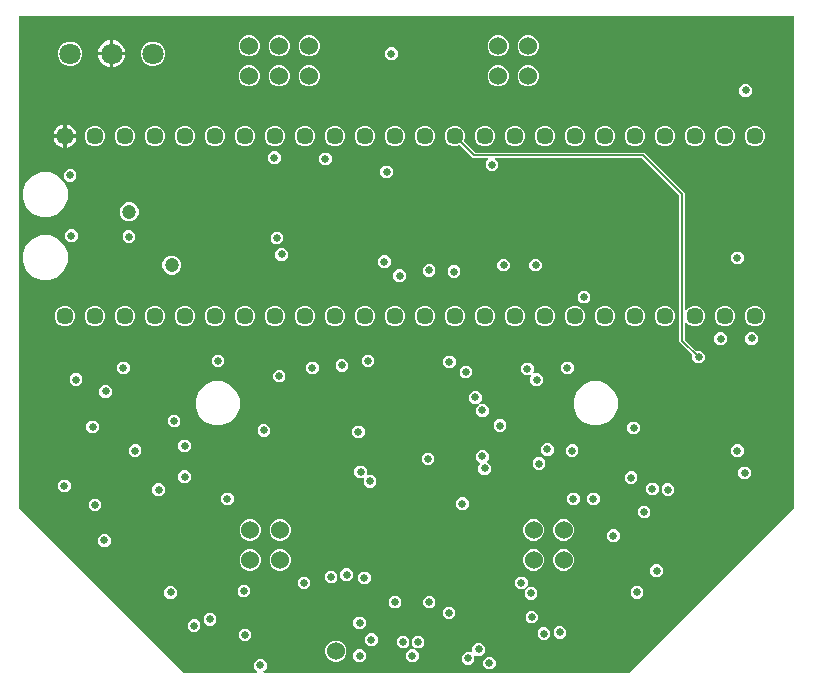
<source format=gbr>
G04 EAGLE Gerber RS-274X export*
G75*
%MOMM*%
%FSLAX34Y34*%
%LPD*%
%INCopper Layer 15*%
%IPPOS*%
%AMOC8*
5,1,8,0,0,1.08239X$1,22.5*%
G01*
%ADD10C,1.447800*%
%ADD11C,1.530000*%
%ADD12C,1.524000*%
%ADD13C,1.800000*%
%ADD14C,0.654000*%
%ADD15C,1.200000*%
%ADD16C,0.200000*%

G36*
X62733Y2012D02*
X62733Y2012D01*
X62805Y2014D01*
X62854Y2032D01*
X62905Y2040D01*
X62968Y2074D01*
X63036Y2099D01*
X63076Y2131D01*
X63122Y2156D01*
X63172Y2208D01*
X63228Y2252D01*
X63256Y2296D01*
X63292Y2334D01*
X63322Y2399D01*
X63361Y2459D01*
X63373Y2510D01*
X63395Y2557D01*
X63403Y2628D01*
X63421Y2698D01*
X63417Y2750D01*
X63422Y2801D01*
X63407Y2872D01*
X63402Y2943D01*
X63381Y2991D01*
X63370Y3042D01*
X63333Y3103D01*
X63305Y3169D01*
X63261Y3225D01*
X63244Y3253D01*
X63226Y3268D01*
X63201Y3300D01*
X60697Y5804D01*
X60697Y10196D01*
X63804Y13303D01*
X68196Y13303D01*
X71303Y10196D01*
X71303Y5804D01*
X68799Y3300D01*
X68758Y3242D01*
X68708Y3190D01*
X68686Y3143D01*
X68656Y3101D01*
X68635Y3032D01*
X68605Y2967D01*
X68599Y2915D01*
X68584Y2865D01*
X68585Y2794D01*
X68578Y2723D01*
X68589Y2672D01*
X68590Y2620D01*
X68615Y2552D01*
X68630Y2482D01*
X68656Y2437D01*
X68674Y2389D01*
X68719Y2333D01*
X68756Y2271D01*
X68796Y2237D01*
X68828Y2197D01*
X68888Y2158D01*
X68943Y2111D01*
X68991Y2092D01*
X69035Y2064D01*
X69104Y2046D01*
X69171Y2019D01*
X69242Y2011D01*
X69274Y2003D01*
X69297Y2005D01*
X69338Y2001D01*
X378856Y2001D01*
X378946Y2015D01*
X379037Y2023D01*
X379067Y2035D01*
X379099Y2040D01*
X379179Y2083D01*
X379263Y2119D01*
X379295Y2145D01*
X379316Y2156D01*
X379338Y2179D01*
X379394Y2224D01*
X517776Y140606D01*
X517829Y140680D01*
X517889Y140749D01*
X517901Y140779D01*
X517920Y140806D01*
X517947Y140892D01*
X517981Y140977D01*
X517985Y141018D01*
X517992Y141041D01*
X517991Y141073D01*
X517999Y141144D01*
X517999Y557238D01*
X517996Y557258D01*
X517998Y557277D01*
X517976Y557379D01*
X517960Y557481D01*
X517950Y557498D01*
X517946Y557518D01*
X517893Y557607D01*
X517844Y557698D01*
X517830Y557712D01*
X517820Y557729D01*
X517741Y557796D01*
X517666Y557868D01*
X517648Y557876D01*
X517633Y557889D01*
X517537Y557928D01*
X517443Y557971D01*
X517423Y557973D01*
X517405Y557981D01*
X517238Y557999D01*
X-137238Y557999D01*
X-137258Y557996D01*
X-137277Y557998D01*
X-137379Y557976D01*
X-137481Y557960D01*
X-137498Y557950D01*
X-137518Y557946D01*
X-137607Y557893D01*
X-137698Y557844D01*
X-137712Y557830D01*
X-137729Y557820D01*
X-137796Y557741D01*
X-137868Y557666D01*
X-137876Y557648D01*
X-137889Y557633D01*
X-137928Y557537D01*
X-137971Y557443D01*
X-137973Y557423D01*
X-137981Y557405D01*
X-137999Y557238D01*
X-137999Y141144D01*
X-137985Y141054D01*
X-137977Y140963D01*
X-137965Y140933D01*
X-137960Y140901D01*
X-137917Y140821D01*
X-137881Y140737D01*
X-137855Y140705D01*
X-137844Y140684D01*
X-137821Y140662D01*
X-137776Y140606D01*
X606Y2224D01*
X680Y2171D01*
X749Y2111D01*
X779Y2099D01*
X806Y2080D01*
X892Y2053D01*
X977Y2019D01*
X1018Y2015D01*
X1041Y2008D01*
X1073Y2009D01*
X1144Y2001D01*
X62662Y2001D01*
X62733Y2012D01*
G37*
%LPC*%
G36*
X434804Y263697D02*
X434804Y263697D01*
X431697Y266804D01*
X431697Y270776D01*
X431683Y270866D01*
X431675Y270957D01*
X431663Y270987D01*
X431658Y271019D01*
X431615Y271100D01*
X431579Y271183D01*
X431553Y271216D01*
X431542Y271236D01*
X431519Y271258D01*
X431474Y271314D01*
X420729Y282059D01*
X420729Y405744D01*
X420715Y405834D01*
X420707Y405925D01*
X420695Y405955D01*
X420690Y405987D01*
X420647Y406068D01*
X420611Y406151D01*
X420585Y406184D01*
X420574Y406204D01*
X420551Y406226D01*
X420506Y406282D01*
X389282Y437506D01*
X389208Y437559D01*
X389139Y437619D01*
X389109Y437631D01*
X389083Y437650D01*
X388996Y437677D01*
X388911Y437711D01*
X388870Y437715D01*
X388848Y437722D01*
X388815Y437721D01*
X388744Y437729D01*
X265608Y437729D01*
X265537Y437718D01*
X265465Y437716D01*
X265416Y437698D01*
X265365Y437690D01*
X265302Y437656D01*
X265234Y437631D01*
X265194Y437599D01*
X265148Y437574D01*
X265098Y437522D01*
X265042Y437478D01*
X265014Y437434D01*
X264978Y437396D01*
X264948Y437331D01*
X264909Y437271D01*
X264897Y437220D01*
X264875Y437173D01*
X264867Y437102D01*
X264849Y437032D01*
X264853Y436980D01*
X264848Y436929D01*
X264863Y436858D01*
X264868Y436787D01*
X264889Y436739D01*
X264900Y436688D01*
X264937Y436627D01*
X264965Y436561D01*
X265009Y436505D01*
X265026Y436477D01*
X265044Y436462D01*
X265069Y436430D01*
X267303Y434196D01*
X267303Y429804D01*
X264196Y426697D01*
X259804Y426697D01*
X256697Y429804D01*
X256697Y434196D01*
X258931Y436430D01*
X258972Y436488D01*
X259022Y436540D01*
X259044Y436587D01*
X259074Y436629D01*
X259095Y436698D01*
X259125Y436763D01*
X259131Y436815D01*
X259146Y436865D01*
X259145Y436936D01*
X259152Y437007D01*
X259141Y437058D01*
X259140Y437110D01*
X259115Y437178D01*
X259100Y437248D01*
X259074Y437293D01*
X259056Y437341D01*
X259011Y437397D01*
X258974Y437459D01*
X258934Y437493D01*
X258902Y437533D01*
X258842Y437572D01*
X258787Y437619D01*
X258739Y437638D01*
X258695Y437666D01*
X258626Y437684D01*
X258559Y437711D01*
X258488Y437719D01*
X258456Y437727D01*
X258433Y437725D01*
X258392Y437729D01*
X246059Y437729D01*
X244506Y439282D01*
X235402Y448387D01*
X235307Y448455D01*
X235213Y448525D01*
X235207Y448527D01*
X235202Y448530D01*
X235091Y448564D01*
X234979Y448601D01*
X234973Y448601D01*
X234967Y448603D01*
X234850Y448600D01*
X234734Y448598D01*
X234726Y448596D01*
X234721Y448596D01*
X234704Y448590D01*
X234572Y448552D01*
X232493Y447690D01*
X229107Y447690D01*
X225980Y448986D01*
X223586Y451380D01*
X222290Y454507D01*
X222290Y457893D01*
X223586Y461020D01*
X225980Y463414D01*
X229107Y464710D01*
X232493Y464710D01*
X235620Y463414D01*
X238014Y461020D01*
X239310Y457893D01*
X239310Y454507D01*
X238448Y452428D01*
X238422Y452314D01*
X238393Y452200D01*
X238394Y452194D01*
X238392Y452188D01*
X238403Y452072D01*
X238412Y451955D01*
X238415Y451950D01*
X238415Y451943D01*
X238463Y451836D01*
X238508Y451729D01*
X238513Y451723D01*
X238515Y451719D01*
X238528Y451705D01*
X238613Y451598D01*
X247718Y442494D01*
X247792Y442441D01*
X247861Y442381D01*
X247891Y442369D01*
X247917Y442350D01*
X248004Y442323D01*
X248089Y442289D01*
X248130Y442285D01*
X248152Y442278D01*
X248185Y442279D01*
X248256Y442271D01*
X390941Y442271D01*
X425271Y407941D01*
X425271Y308790D01*
X425286Y308694D01*
X425296Y308597D01*
X425306Y308573D01*
X425310Y308547D01*
X425356Y308461D01*
X425396Y308372D01*
X425413Y308353D01*
X425426Y308330D01*
X425496Y308262D01*
X425562Y308191D01*
X425585Y308178D01*
X425604Y308160D01*
X425692Y308119D01*
X425778Y308072D01*
X425803Y308068D01*
X425827Y308057D01*
X425924Y308046D01*
X426020Y308029D01*
X426046Y308032D01*
X426071Y308030D01*
X426167Y308050D01*
X426263Y308064D01*
X426286Y308076D01*
X426312Y308082D01*
X426396Y308132D01*
X426482Y308176D01*
X426501Y308195D01*
X426523Y308208D01*
X426586Y308282D01*
X426654Y308352D01*
X426670Y308380D01*
X426683Y308395D01*
X426695Y308426D01*
X426735Y308498D01*
X426786Y308620D01*
X429180Y311014D01*
X432307Y312310D01*
X435693Y312310D01*
X438820Y311014D01*
X441214Y308620D01*
X442510Y305493D01*
X442510Y302107D01*
X441214Y298980D01*
X438820Y296586D01*
X435693Y295290D01*
X432307Y295290D01*
X429180Y296586D01*
X426786Y298980D01*
X426735Y299102D01*
X426684Y299185D01*
X426638Y299270D01*
X426620Y299288D01*
X426606Y299311D01*
X426531Y299373D01*
X426460Y299440D01*
X426436Y299451D01*
X426416Y299467D01*
X426325Y299502D01*
X426237Y299543D01*
X426211Y299546D01*
X426187Y299556D01*
X426089Y299560D01*
X425993Y299570D01*
X425967Y299565D01*
X425941Y299566D01*
X425847Y299539D01*
X425752Y299518D01*
X425730Y299505D01*
X425705Y299498D01*
X425625Y299442D01*
X425541Y299392D01*
X425524Y299372D01*
X425503Y299357D01*
X425444Y299279D01*
X425381Y299205D01*
X425371Y299181D01*
X425356Y299160D01*
X425326Y299068D01*
X425289Y298977D01*
X425286Y298944D01*
X425280Y298926D01*
X425280Y298893D01*
X425271Y298810D01*
X425271Y284256D01*
X425285Y284166D01*
X425293Y284075D01*
X425305Y284045D01*
X425310Y284013D01*
X425353Y283932D01*
X425389Y283849D01*
X425415Y283816D01*
X425426Y283796D01*
X425449Y283774D01*
X425494Y283718D01*
X434686Y274526D01*
X434760Y274473D01*
X434829Y274413D01*
X434859Y274401D01*
X434885Y274382D01*
X434972Y274355D01*
X435057Y274321D01*
X435098Y274317D01*
X435120Y274310D01*
X435153Y274311D01*
X435224Y274303D01*
X439196Y274303D01*
X442303Y271196D01*
X442303Y266804D01*
X439196Y263697D01*
X434804Y263697D01*
G37*
%LPD*%
%LPC*%
G36*
X-119779Y334299D02*
X-119779Y334299D01*
X-126763Y337192D01*
X-132108Y342537D01*
X-135001Y349521D01*
X-135001Y357079D01*
X-132108Y364063D01*
X-126763Y369408D01*
X-119779Y372301D01*
X-112221Y372301D01*
X-105237Y369408D01*
X-99892Y364063D01*
X-96999Y357079D01*
X-96999Y349521D01*
X-99892Y342537D01*
X-105237Y337192D01*
X-112221Y334299D01*
X-119779Y334299D01*
G37*
%LPD*%
%LPC*%
G36*
X-119779Y387699D02*
X-119779Y387699D01*
X-126763Y390592D01*
X-132108Y395937D01*
X-135001Y402921D01*
X-135001Y410479D01*
X-132108Y417463D01*
X-126763Y422808D01*
X-119779Y425701D01*
X-112221Y425701D01*
X-105237Y422808D01*
X-99892Y417463D01*
X-96999Y410479D01*
X-96999Y402921D01*
X-99892Y395937D01*
X-105237Y390592D01*
X-112221Y387699D01*
X-119779Y387699D01*
G37*
%LPD*%
%LPC*%
G36*
X346320Y211499D02*
X346320Y211499D01*
X339520Y214316D01*
X334316Y219520D01*
X331499Y226320D01*
X331499Y233680D01*
X334316Y240480D01*
X339520Y245684D01*
X346320Y248501D01*
X353680Y248501D01*
X360480Y245684D01*
X365684Y240480D01*
X368501Y233680D01*
X368501Y226320D01*
X365684Y219520D01*
X360480Y214316D01*
X353680Y211499D01*
X346320Y211499D01*
G37*
%LPD*%
%LPC*%
G36*
X26320Y211499D02*
X26320Y211499D01*
X19520Y214316D01*
X14316Y219520D01*
X11499Y226320D01*
X11499Y233680D01*
X14316Y240480D01*
X19520Y245684D01*
X26320Y248501D01*
X33680Y248501D01*
X40480Y245684D01*
X45684Y240480D01*
X48501Y233680D01*
X48501Y226320D01*
X45684Y219520D01*
X40480Y214316D01*
X33680Y211499D01*
X26320Y211499D01*
G37*
%LPD*%
%LPC*%
G36*
X-27043Y515729D02*
X-27043Y515729D01*
X-30818Y517293D01*
X-33707Y520182D01*
X-35271Y523957D01*
X-35271Y528043D01*
X-33707Y531818D01*
X-30818Y534707D01*
X-27043Y536271D01*
X-22957Y536271D01*
X-19182Y534707D01*
X-16293Y531818D01*
X-14729Y528043D01*
X-14729Y523957D01*
X-16293Y520182D01*
X-19182Y517293D01*
X-22957Y515729D01*
X-27043Y515729D01*
G37*
%LPD*%
%LPC*%
G36*
X-97043Y515729D02*
X-97043Y515729D01*
X-100818Y517293D01*
X-103707Y520182D01*
X-105271Y523957D01*
X-105271Y528043D01*
X-103707Y531818D01*
X-100818Y534707D01*
X-97043Y536271D01*
X-92957Y536271D01*
X-89182Y534707D01*
X-86293Y531818D01*
X-84729Y528043D01*
X-84729Y523957D01*
X-86293Y520182D01*
X-89182Y517293D01*
X-92957Y515729D01*
X-97043Y515729D01*
G37*
%LPD*%
%LPC*%
G36*
X80226Y523779D02*
X80226Y523779D01*
X76947Y525137D01*
X74437Y527647D01*
X73079Y530926D01*
X73079Y534474D01*
X74437Y537753D01*
X76947Y540263D01*
X80226Y541621D01*
X83774Y541621D01*
X87053Y540263D01*
X89563Y537753D01*
X90921Y534474D01*
X90921Y530926D01*
X89563Y527647D01*
X87053Y525137D01*
X83774Y523779D01*
X80226Y523779D01*
G37*
%LPD*%
%LPC*%
G36*
X54826Y523779D02*
X54826Y523779D01*
X51547Y525137D01*
X49037Y527647D01*
X47679Y530926D01*
X47679Y534474D01*
X49037Y537753D01*
X51547Y540263D01*
X54826Y541621D01*
X58374Y541621D01*
X61653Y540263D01*
X64163Y537753D01*
X65521Y534474D01*
X65521Y530926D01*
X64163Y527647D01*
X61653Y525137D01*
X58374Y523779D01*
X54826Y523779D01*
G37*
%LPD*%
%LPC*%
G36*
X290926Y523779D02*
X290926Y523779D01*
X287647Y525137D01*
X285137Y527647D01*
X283779Y530926D01*
X283779Y534474D01*
X285137Y537753D01*
X287647Y540263D01*
X290926Y541621D01*
X294474Y541621D01*
X297753Y540263D01*
X300263Y537753D01*
X301621Y534474D01*
X301621Y530926D01*
X300263Y527647D01*
X297753Y525137D01*
X294474Y523779D01*
X290926Y523779D01*
G37*
%LPD*%
%LPC*%
G36*
X265526Y523779D02*
X265526Y523779D01*
X262247Y525137D01*
X259737Y527647D01*
X258379Y530926D01*
X258379Y534474D01*
X259737Y537753D01*
X262247Y540263D01*
X265526Y541621D01*
X269074Y541621D01*
X272353Y540263D01*
X274863Y537753D01*
X276221Y534474D01*
X276221Y530926D01*
X274863Y527647D01*
X272353Y525137D01*
X269074Y523779D01*
X265526Y523779D01*
G37*
%LPD*%
%LPC*%
G36*
X105626Y523779D02*
X105626Y523779D01*
X102347Y525137D01*
X99837Y527647D01*
X98479Y530926D01*
X98479Y534474D01*
X99837Y537753D01*
X102347Y540263D01*
X105626Y541621D01*
X109174Y541621D01*
X112453Y540263D01*
X114963Y537753D01*
X116321Y534474D01*
X116321Y530926D01*
X114963Y527647D01*
X112453Y525137D01*
X109174Y523779D01*
X105626Y523779D01*
G37*
%LPD*%
%LPC*%
G36*
X80926Y113779D02*
X80926Y113779D01*
X77647Y115137D01*
X75137Y117647D01*
X73779Y120926D01*
X73779Y124474D01*
X75137Y127753D01*
X77647Y130263D01*
X80926Y131621D01*
X84474Y131621D01*
X87753Y130263D01*
X90263Y127753D01*
X91621Y124474D01*
X91621Y120926D01*
X90263Y117647D01*
X87753Y115137D01*
X84474Y113779D01*
X80926Y113779D01*
G37*
%LPD*%
%LPC*%
G36*
X320926Y113779D02*
X320926Y113779D01*
X317647Y115137D01*
X315137Y117647D01*
X313779Y120926D01*
X313779Y124474D01*
X315137Y127753D01*
X317647Y130263D01*
X320926Y131621D01*
X324474Y131621D01*
X327753Y130263D01*
X330263Y127753D01*
X331621Y124474D01*
X331621Y120926D01*
X330263Y117647D01*
X327753Y115137D01*
X324474Y113779D01*
X320926Y113779D01*
G37*
%LPD*%
%LPC*%
G36*
X55526Y113779D02*
X55526Y113779D01*
X52247Y115137D01*
X49737Y117647D01*
X48379Y120926D01*
X48379Y124474D01*
X49737Y127753D01*
X52247Y130263D01*
X55526Y131621D01*
X59074Y131621D01*
X62353Y130263D01*
X64863Y127753D01*
X66221Y124474D01*
X66221Y120926D01*
X64863Y117647D01*
X62353Y115137D01*
X59074Y113779D01*
X55526Y113779D01*
G37*
%LPD*%
%LPC*%
G36*
X290926Y498379D02*
X290926Y498379D01*
X287647Y499737D01*
X285137Y502247D01*
X283779Y505526D01*
X283779Y509074D01*
X285137Y512353D01*
X287647Y514863D01*
X290926Y516221D01*
X294474Y516221D01*
X297753Y514863D01*
X300263Y512353D01*
X301621Y509074D01*
X301621Y505526D01*
X300263Y502247D01*
X297753Y499737D01*
X294474Y498379D01*
X290926Y498379D01*
G37*
%LPD*%
%LPC*%
G36*
X265526Y498379D02*
X265526Y498379D01*
X262247Y499737D01*
X259737Y502247D01*
X258379Y505526D01*
X258379Y509074D01*
X259737Y512353D01*
X262247Y514863D01*
X265526Y516221D01*
X269074Y516221D01*
X272353Y514863D01*
X274863Y512353D01*
X276221Y509074D01*
X276221Y505526D01*
X274863Y502247D01*
X272353Y499737D01*
X269074Y498379D01*
X265526Y498379D01*
G37*
%LPD*%
%LPC*%
G36*
X105626Y498379D02*
X105626Y498379D01*
X102347Y499737D01*
X99837Y502247D01*
X98479Y505526D01*
X98479Y509074D01*
X99837Y512353D01*
X102347Y514863D01*
X105626Y516221D01*
X109174Y516221D01*
X112453Y514863D01*
X114963Y512353D01*
X116321Y509074D01*
X116321Y505526D01*
X114963Y502247D01*
X112453Y499737D01*
X109174Y498379D01*
X105626Y498379D01*
G37*
%LPD*%
%LPC*%
G36*
X80226Y498379D02*
X80226Y498379D01*
X76947Y499737D01*
X74437Y502247D01*
X73079Y505526D01*
X73079Y509074D01*
X74437Y512353D01*
X76947Y514863D01*
X80226Y516221D01*
X83774Y516221D01*
X87053Y514863D01*
X89563Y512353D01*
X90921Y509074D01*
X90921Y505526D01*
X89563Y502247D01*
X87053Y499737D01*
X83774Y498379D01*
X80226Y498379D01*
G37*
%LPD*%
%LPC*%
G36*
X54826Y498379D02*
X54826Y498379D01*
X51547Y499737D01*
X49037Y502247D01*
X47679Y505526D01*
X47679Y509074D01*
X49037Y512353D01*
X51547Y514863D01*
X54826Y516221D01*
X58374Y516221D01*
X61653Y514863D01*
X64163Y512353D01*
X65521Y509074D01*
X65521Y505526D01*
X64163Y502247D01*
X61653Y499737D01*
X58374Y498379D01*
X54826Y498379D01*
G37*
%LPD*%
%LPC*%
G36*
X295526Y113779D02*
X295526Y113779D01*
X292247Y115137D01*
X289737Y117647D01*
X288379Y120926D01*
X288379Y124474D01*
X289737Y127753D01*
X292247Y130263D01*
X295526Y131621D01*
X299074Y131621D01*
X302353Y130263D01*
X304863Y127753D01*
X306221Y124474D01*
X306221Y120926D01*
X304863Y117647D01*
X302353Y115137D01*
X299074Y113779D01*
X295526Y113779D01*
G37*
%LPD*%
%LPC*%
G36*
X320926Y88379D02*
X320926Y88379D01*
X317647Y89737D01*
X315137Y92247D01*
X313779Y95526D01*
X313779Y99074D01*
X315137Y102353D01*
X317647Y104863D01*
X320926Y106221D01*
X324474Y106221D01*
X327753Y104863D01*
X330263Y102353D01*
X331621Y99074D01*
X331621Y95526D01*
X330263Y92247D01*
X327753Y89737D01*
X324474Y88379D01*
X320926Y88379D01*
G37*
%LPD*%
%LPC*%
G36*
X295526Y88379D02*
X295526Y88379D01*
X292247Y89737D01*
X289737Y92247D01*
X288379Y95526D01*
X288379Y99074D01*
X289737Y102353D01*
X292247Y104863D01*
X295526Y106221D01*
X299074Y106221D01*
X302353Y104863D01*
X304863Y102353D01*
X306221Y99074D01*
X306221Y95526D01*
X304863Y92247D01*
X302353Y89737D01*
X299074Y88379D01*
X295526Y88379D01*
G37*
%LPD*%
%LPC*%
G36*
X80926Y88379D02*
X80926Y88379D01*
X77647Y89737D01*
X75137Y92247D01*
X73779Y95526D01*
X73779Y99074D01*
X75137Y102353D01*
X77647Y104863D01*
X80926Y106221D01*
X84474Y106221D01*
X87753Y104863D01*
X90263Y102353D01*
X91621Y99074D01*
X91621Y95526D01*
X90263Y92247D01*
X87753Y89737D01*
X84474Y88379D01*
X80926Y88379D01*
G37*
%LPD*%
%LPC*%
G36*
X55526Y88379D02*
X55526Y88379D01*
X52247Y89737D01*
X49737Y92247D01*
X48379Y95526D01*
X48379Y99074D01*
X49737Y102353D01*
X52247Y104863D01*
X55526Y106221D01*
X59074Y106221D01*
X62353Y104863D01*
X64863Y102353D01*
X66221Y99074D01*
X66221Y95526D01*
X64863Y92247D01*
X62353Y89737D01*
X59074Y88379D01*
X55526Y88379D01*
G37*
%LPD*%
%LPC*%
G36*
X128232Y11109D02*
X128232Y11109D01*
X124964Y12463D01*
X122463Y14964D01*
X121109Y18232D01*
X121109Y21768D01*
X122463Y25036D01*
X124964Y27537D01*
X128232Y28891D01*
X131768Y28891D01*
X135036Y27537D01*
X137537Y25036D01*
X138891Y21768D01*
X138891Y18232D01*
X137537Y14964D01*
X135036Y12463D01*
X131768Y11109D01*
X128232Y11109D01*
G37*
%LPD*%
%LPC*%
G36*
X457707Y447690D02*
X457707Y447690D01*
X454580Y448986D01*
X452186Y451380D01*
X450890Y454507D01*
X450890Y457893D01*
X452186Y461020D01*
X454580Y463414D01*
X457707Y464710D01*
X461093Y464710D01*
X464220Y463414D01*
X466614Y461020D01*
X467910Y457893D01*
X467910Y454507D01*
X466614Y451380D01*
X464220Y448986D01*
X461093Y447690D01*
X457707Y447690D01*
G37*
%LPD*%
%LPC*%
G36*
X330707Y447690D02*
X330707Y447690D01*
X327580Y448986D01*
X325186Y451380D01*
X323890Y454507D01*
X323890Y457893D01*
X325186Y461020D01*
X327580Y463414D01*
X330707Y464710D01*
X334093Y464710D01*
X337220Y463414D01*
X339614Y461020D01*
X340910Y457893D01*
X340910Y454507D01*
X339614Y451380D01*
X337220Y448986D01*
X334093Y447690D01*
X330707Y447690D01*
G37*
%LPD*%
%LPC*%
G36*
X483107Y447690D02*
X483107Y447690D01*
X479980Y448986D01*
X477586Y451380D01*
X476290Y454507D01*
X476290Y457893D01*
X477586Y461020D01*
X479980Y463414D01*
X483107Y464710D01*
X486493Y464710D01*
X489620Y463414D01*
X492014Y461020D01*
X493310Y457893D01*
X493310Y454507D01*
X492014Y451380D01*
X489620Y448986D01*
X486493Y447690D01*
X483107Y447690D01*
G37*
%LPD*%
%LPC*%
G36*
X203707Y447690D02*
X203707Y447690D01*
X200580Y448986D01*
X198186Y451380D01*
X196890Y454507D01*
X196890Y457893D01*
X198186Y461020D01*
X200580Y463414D01*
X203707Y464710D01*
X207093Y464710D01*
X210220Y463414D01*
X212614Y461020D01*
X213910Y457893D01*
X213910Y454507D01*
X212614Y451380D01*
X210220Y448986D01*
X207093Y447690D01*
X203707Y447690D01*
G37*
%LPD*%
%LPC*%
G36*
X-75693Y447690D02*
X-75693Y447690D01*
X-78820Y448986D01*
X-81214Y451380D01*
X-82510Y454507D01*
X-82510Y457893D01*
X-81214Y461020D01*
X-78820Y463414D01*
X-75693Y464710D01*
X-72307Y464710D01*
X-69180Y463414D01*
X-66786Y461020D01*
X-65490Y457893D01*
X-65490Y454507D01*
X-66786Y451380D01*
X-69180Y448986D01*
X-72307Y447690D01*
X-75693Y447690D01*
G37*
%LPD*%
%LPC*%
G36*
X356107Y447690D02*
X356107Y447690D01*
X352980Y448986D01*
X350586Y451380D01*
X349290Y454507D01*
X349290Y457893D01*
X350586Y461020D01*
X352980Y463414D01*
X356107Y464710D01*
X359493Y464710D01*
X362620Y463414D01*
X365014Y461020D01*
X366310Y457893D01*
X366310Y454507D01*
X365014Y451380D01*
X362620Y448986D01*
X359493Y447690D01*
X356107Y447690D01*
G37*
%LPD*%
%LPC*%
G36*
X305307Y447690D02*
X305307Y447690D01*
X302180Y448986D01*
X299786Y451380D01*
X298490Y454507D01*
X298490Y457893D01*
X299786Y461020D01*
X302180Y463414D01*
X305307Y464710D01*
X308693Y464710D01*
X311820Y463414D01*
X314214Y461020D01*
X315510Y457893D01*
X315510Y454507D01*
X314214Y451380D01*
X311820Y448986D01*
X308693Y447690D01*
X305307Y447690D01*
G37*
%LPD*%
%LPC*%
G36*
X254507Y447690D02*
X254507Y447690D01*
X251380Y448986D01*
X248986Y451380D01*
X247690Y454507D01*
X247690Y457893D01*
X248986Y461020D01*
X251380Y463414D01*
X254507Y464710D01*
X257893Y464710D01*
X261020Y463414D01*
X263414Y461020D01*
X264710Y457893D01*
X264710Y454507D01*
X263414Y451380D01*
X261020Y448986D01*
X257893Y447690D01*
X254507Y447690D01*
G37*
%LPD*%
%LPC*%
G36*
X178307Y447690D02*
X178307Y447690D01*
X175180Y448986D01*
X172786Y451380D01*
X171490Y454507D01*
X171490Y457893D01*
X172786Y461020D01*
X175180Y463414D01*
X178307Y464710D01*
X181693Y464710D01*
X184820Y463414D01*
X187214Y461020D01*
X188510Y457893D01*
X188510Y454507D01*
X187214Y451380D01*
X184820Y448986D01*
X181693Y447690D01*
X178307Y447690D01*
G37*
%LPD*%
%LPC*%
G36*
X152907Y447690D02*
X152907Y447690D01*
X149780Y448986D01*
X147386Y451380D01*
X146090Y454507D01*
X146090Y457893D01*
X147386Y461020D01*
X149780Y463414D01*
X152907Y464710D01*
X156293Y464710D01*
X159420Y463414D01*
X161814Y461020D01*
X163110Y457893D01*
X163110Y454507D01*
X161814Y451380D01*
X159420Y448986D01*
X156293Y447690D01*
X152907Y447690D01*
G37*
%LPD*%
%LPC*%
G36*
X127507Y447690D02*
X127507Y447690D01*
X124380Y448986D01*
X121986Y451380D01*
X120690Y454507D01*
X120690Y457893D01*
X121986Y461020D01*
X124380Y463414D01*
X127507Y464710D01*
X130893Y464710D01*
X134020Y463414D01*
X136414Y461020D01*
X137710Y457893D01*
X137710Y454507D01*
X136414Y451380D01*
X134020Y448986D01*
X130893Y447690D01*
X127507Y447690D01*
G37*
%LPD*%
%LPC*%
G36*
X102107Y447690D02*
X102107Y447690D01*
X98980Y448986D01*
X96586Y451380D01*
X95290Y454507D01*
X95290Y457893D01*
X96586Y461020D01*
X98980Y463414D01*
X102107Y464710D01*
X105493Y464710D01*
X108620Y463414D01*
X111014Y461020D01*
X112310Y457893D01*
X112310Y454507D01*
X111014Y451380D01*
X108620Y448986D01*
X105493Y447690D01*
X102107Y447690D01*
G37*
%LPD*%
%LPC*%
G36*
X76707Y447690D02*
X76707Y447690D01*
X73580Y448986D01*
X71186Y451380D01*
X69890Y454507D01*
X69890Y457893D01*
X71186Y461020D01*
X73580Y463414D01*
X76707Y464710D01*
X80093Y464710D01*
X83220Y463414D01*
X85614Y461020D01*
X86910Y457893D01*
X86910Y454507D01*
X85614Y451380D01*
X83220Y448986D01*
X80093Y447690D01*
X76707Y447690D01*
G37*
%LPD*%
%LPC*%
G36*
X51307Y447690D02*
X51307Y447690D01*
X48180Y448986D01*
X45786Y451380D01*
X44490Y454507D01*
X44490Y457893D01*
X45786Y461020D01*
X48180Y463414D01*
X51307Y464710D01*
X54693Y464710D01*
X57820Y463414D01*
X60214Y461020D01*
X61510Y457893D01*
X61510Y454507D01*
X60214Y451380D01*
X57820Y448986D01*
X54693Y447690D01*
X51307Y447690D01*
G37*
%LPD*%
%LPC*%
G36*
X25907Y447690D02*
X25907Y447690D01*
X22780Y448986D01*
X20386Y451380D01*
X19090Y454507D01*
X19090Y457893D01*
X20386Y461020D01*
X22780Y463414D01*
X25907Y464710D01*
X29293Y464710D01*
X32420Y463414D01*
X34814Y461020D01*
X36110Y457893D01*
X36110Y454507D01*
X34814Y451380D01*
X32420Y448986D01*
X29293Y447690D01*
X25907Y447690D01*
G37*
%LPD*%
%LPC*%
G36*
X-24893Y447690D02*
X-24893Y447690D01*
X-28020Y448986D01*
X-30414Y451380D01*
X-31710Y454507D01*
X-31710Y457893D01*
X-30414Y461020D01*
X-28020Y463414D01*
X-24893Y464710D01*
X-21507Y464710D01*
X-18380Y463414D01*
X-15986Y461020D01*
X-14690Y457893D01*
X-14690Y454507D01*
X-15986Y451380D01*
X-18380Y448986D01*
X-21507Y447690D01*
X-24893Y447690D01*
G37*
%LPD*%
%LPC*%
G36*
X-50293Y447690D02*
X-50293Y447690D01*
X-53420Y448986D01*
X-55814Y451380D01*
X-57110Y454507D01*
X-57110Y457893D01*
X-55814Y461020D01*
X-53420Y463414D01*
X-50293Y464710D01*
X-46907Y464710D01*
X-43780Y463414D01*
X-41386Y461020D01*
X-40090Y457893D01*
X-40090Y454507D01*
X-41386Y451380D01*
X-43780Y448986D01*
X-46907Y447690D01*
X-50293Y447690D01*
G37*
%LPD*%
%LPC*%
G36*
X254507Y295290D02*
X254507Y295290D01*
X251380Y296586D01*
X248986Y298980D01*
X247690Y302107D01*
X247690Y305493D01*
X248986Y308620D01*
X251380Y311014D01*
X254507Y312310D01*
X257893Y312310D01*
X261020Y311014D01*
X263414Y308620D01*
X264710Y305493D01*
X264710Y302107D01*
X263414Y298980D01*
X261020Y296586D01*
X257893Y295290D01*
X254507Y295290D01*
G37*
%LPD*%
%LPC*%
G36*
X279907Y295290D02*
X279907Y295290D01*
X276780Y296586D01*
X274386Y298980D01*
X273090Y302107D01*
X273090Y305493D01*
X274386Y308620D01*
X276780Y311014D01*
X279907Y312310D01*
X283293Y312310D01*
X286420Y311014D01*
X288814Y308620D01*
X290110Y305493D01*
X290110Y302107D01*
X288814Y298980D01*
X286420Y296586D01*
X283293Y295290D01*
X279907Y295290D01*
G37*
%LPD*%
%LPC*%
G36*
X305307Y295290D02*
X305307Y295290D01*
X302180Y296586D01*
X299786Y298980D01*
X298490Y302107D01*
X298490Y305493D01*
X299786Y308620D01*
X302180Y311014D01*
X305307Y312310D01*
X308693Y312310D01*
X311820Y311014D01*
X314214Y308620D01*
X315510Y305493D01*
X315510Y302107D01*
X314214Y298980D01*
X311820Y296586D01*
X308693Y295290D01*
X305307Y295290D01*
G37*
%LPD*%
%LPC*%
G36*
X127507Y295290D02*
X127507Y295290D01*
X124380Y296586D01*
X121986Y298980D01*
X120690Y302107D01*
X120690Y305493D01*
X121986Y308620D01*
X124380Y311014D01*
X127507Y312310D01*
X130893Y312310D01*
X134020Y311014D01*
X136414Y308620D01*
X137710Y305493D01*
X137710Y302107D01*
X136414Y298980D01*
X134020Y296586D01*
X130893Y295290D01*
X127507Y295290D01*
G37*
%LPD*%
%LPC*%
G36*
X102107Y295290D02*
X102107Y295290D01*
X98980Y296586D01*
X96586Y298980D01*
X95290Y302107D01*
X95290Y305493D01*
X96586Y308620D01*
X98980Y311014D01*
X102107Y312310D01*
X105493Y312310D01*
X108620Y311014D01*
X111014Y308620D01*
X112310Y305493D01*
X112310Y302107D01*
X111014Y298980D01*
X108620Y296586D01*
X105493Y295290D01*
X102107Y295290D01*
G37*
%LPD*%
%LPC*%
G36*
X76707Y295290D02*
X76707Y295290D01*
X73580Y296586D01*
X71186Y298980D01*
X69890Y302107D01*
X69890Y305493D01*
X71186Y308620D01*
X73580Y311014D01*
X76707Y312310D01*
X80093Y312310D01*
X83220Y311014D01*
X85614Y308620D01*
X86910Y305493D01*
X86910Y302107D01*
X85614Y298980D01*
X83220Y296586D01*
X80093Y295290D01*
X76707Y295290D01*
G37*
%LPD*%
%LPC*%
G36*
X51307Y295290D02*
X51307Y295290D01*
X48180Y296586D01*
X45786Y298980D01*
X44490Y302107D01*
X44490Y305493D01*
X45786Y308620D01*
X48180Y311014D01*
X51307Y312310D01*
X54693Y312310D01*
X57820Y311014D01*
X60214Y308620D01*
X61510Y305493D01*
X61510Y302107D01*
X60214Y298980D01*
X57820Y296586D01*
X54693Y295290D01*
X51307Y295290D01*
G37*
%LPD*%
%LPC*%
G36*
X25907Y295290D02*
X25907Y295290D01*
X22780Y296586D01*
X20386Y298980D01*
X19090Y302107D01*
X19090Y305493D01*
X20386Y308620D01*
X22780Y311014D01*
X25907Y312310D01*
X29293Y312310D01*
X32420Y311014D01*
X34814Y308620D01*
X36110Y305493D01*
X36110Y302107D01*
X34814Y298980D01*
X32420Y296586D01*
X29293Y295290D01*
X25907Y295290D01*
G37*
%LPD*%
%LPC*%
G36*
X-24893Y295290D02*
X-24893Y295290D01*
X-28020Y296586D01*
X-30414Y298980D01*
X-31710Y302107D01*
X-31710Y305493D01*
X-30414Y308620D01*
X-28020Y311014D01*
X-24893Y312310D01*
X-21507Y312310D01*
X-18380Y311014D01*
X-15986Y308620D01*
X-14690Y305493D01*
X-14690Y302107D01*
X-15986Y298980D01*
X-18380Y296586D01*
X-21507Y295290D01*
X-24893Y295290D01*
G37*
%LPD*%
%LPC*%
G36*
X-50293Y295290D02*
X-50293Y295290D01*
X-53420Y296586D01*
X-55814Y298980D01*
X-57110Y302107D01*
X-57110Y305493D01*
X-55814Y308620D01*
X-53420Y311014D01*
X-50293Y312310D01*
X-46907Y312310D01*
X-43780Y311014D01*
X-41386Y308620D01*
X-40090Y305493D01*
X-40090Y302107D01*
X-41386Y298980D01*
X-43780Y296586D01*
X-46907Y295290D01*
X-50293Y295290D01*
G37*
%LPD*%
%LPC*%
G36*
X-75693Y295290D02*
X-75693Y295290D01*
X-78820Y296586D01*
X-81214Y298980D01*
X-82510Y302107D01*
X-82510Y305493D01*
X-81214Y308620D01*
X-78820Y311014D01*
X-75693Y312310D01*
X-72307Y312310D01*
X-69180Y311014D01*
X-66786Y308620D01*
X-65490Y305493D01*
X-65490Y302107D01*
X-66786Y298980D01*
X-69180Y296586D01*
X-72307Y295290D01*
X-75693Y295290D01*
G37*
%LPD*%
%LPC*%
G36*
X483107Y295290D02*
X483107Y295290D01*
X479980Y296586D01*
X477586Y298980D01*
X476290Y302107D01*
X476290Y305493D01*
X477586Y308620D01*
X479980Y311014D01*
X483107Y312310D01*
X486493Y312310D01*
X489620Y311014D01*
X492014Y308620D01*
X493310Y305493D01*
X493310Y302107D01*
X492014Y298980D01*
X489620Y296586D01*
X486493Y295290D01*
X483107Y295290D01*
G37*
%LPD*%
%LPC*%
G36*
X457707Y295290D02*
X457707Y295290D01*
X454580Y296586D01*
X452186Y298980D01*
X450890Y302107D01*
X450890Y305493D01*
X452186Y308620D01*
X454580Y311014D01*
X457707Y312310D01*
X461093Y312310D01*
X464220Y311014D01*
X466614Y308620D01*
X467910Y305493D01*
X467910Y302107D01*
X466614Y298980D01*
X464220Y296586D01*
X461093Y295290D01*
X457707Y295290D01*
G37*
%LPD*%
%LPC*%
G36*
X406907Y295290D02*
X406907Y295290D01*
X403780Y296586D01*
X401386Y298980D01*
X400090Y302107D01*
X400090Y305493D01*
X401386Y308620D01*
X403780Y311014D01*
X406907Y312310D01*
X410293Y312310D01*
X413420Y311014D01*
X415814Y308620D01*
X417110Y305493D01*
X417110Y302107D01*
X415814Y298980D01*
X413420Y296586D01*
X410293Y295290D01*
X406907Y295290D01*
G37*
%LPD*%
%LPC*%
G36*
X381507Y295290D02*
X381507Y295290D01*
X378380Y296586D01*
X375986Y298980D01*
X374690Y302107D01*
X374690Y305493D01*
X375986Y308620D01*
X378380Y311014D01*
X381507Y312310D01*
X384893Y312310D01*
X388020Y311014D01*
X390414Y308620D01*
X391710Y305493D01*
X391710Y302107D01*
X390414Y298980D01*
X388020Y296586D01*
X384893Y295290D01*
X381507Y295290D01*
G37*
%LPD*%
%LPC*%
G36*
X330707Y295290D02*
X330707Y295290D01*
X327580Y296586D01*
X325186Y298980D01*
X323890Y302107D01*
X323890Y305493D01*
X325186Y308620D01*
X327580Y311014D01*
X330707Y312310D01*
X334093Y312310D01*
X337220Y311014D01*
X339614Y308620D01*
X340910Y305493D01*
X340910Y302107D01*
X339614Y298980D01*
X337220Y296586D01*
X334093Y295290D01*
X330707Y295290D01*
G37*
%LPD*%
%LPC*%
G36*
X356107Y295290D02*
X356107Y295290D01*
X352980Y296586D01*
X350586Y298980D01*
X349290Y302107D01*
X349290Y305493D01*
X350586Y308620D01*
X352980Y311014D01*
X356107Y312310D01*
X359493Y312310D01*
X362620Y311014D01*
X365014Y308620D01*
X366310Y305493D01*
X366310Y302107D01*
X365014Y298980D01*
X362620Y296586D01*
X359493Y295290D01*
X356107Y295290D01*
G37*
%LPD*%
%LPC*%
G36*
X229107Y295290D02*
X229107Y295290D01*
X225980Y296586D01*
X223586Y298980D01*
X222290Y302107D01*
X222290Y305493D01*
X223586Y308620D01*
X225980Y311014D01*
X229107Y312310D01*
X232493Y312310D01*
X235620Y311014D01*
X238014Y308620D01*
X239310Y305493D01*
X239310Y302107D01*
X238014Y298980D01*
X235620Y296586D01*
X232493Y295290D01*
X229107Y295290D01*
G37*
%LPD*%
%LPC*%
G36*
X203707Y295290D02*
X203707Y295290D01*
X200580Y296586D01*
X198186Y298980D01*
X196890Y302107D01*
X196890Y305493D01*
X198186Y308620D01*
X200580Y311014D01*
X203707Y312310D01*
X207093Y312310D01*
X210220Y311014D01*
X212614Y308620D01*
X213910Y305493D01*
X213910Y302107D01*
X212614Y298980D01*
X210220Y296586D01*
X207093Y295290D01*
X203707Y295290D01*
G37*
%LPD*%
%LPC*%
G36*
X-101093Y295290D02*
X-101093Y295290D01*
X-104220Y296586D01*
X-106614Y298980D01*
X-107910Y302107D01*
X-107910Y305493D01*
X-106614Y308620D01*
X-104220Y311014D01*
X-101093Y312310D01*
X-97707Y312310D01*
X-94580Y311014D01*
X-92186Y308620D01*
X-90890Y305493D01*
X-90890Y302107D01*
X-92186Y298980D01*
X-94580Y296586D01*
X-97707Y295290D01*
X-101093Y295290D01*
G37*
%LPD*%
%LPC*%
G36*
X152907Y295290D02*
X152907Y295290D01*
X149780Y296586D01*
X147386Y298980D01*
X146090Y302107D01*
X146090Y305493D01*
X147386Y308620D01*
X149780Y311014D01*
X152907Y312310D01*
X156293Y312310D01*
X159420Y311014D01*
X161814Y308620D01*
X163110Y305493D01*
X163110Y302107D01*
X161814Y298980D01*
X159420Y296586D01*
X156293Y295290D01*
X152907Y295290D01*
G37*
%LPD*%
%LPC*%
G36*
X178307Y295290D02*
X178307Y295290D01*
X175180Y296586D01*
X172786Y298980D01*
X171490Y302107D01*
X171490Y305493D01*
X172786Y308620D01*
X175180Y311014D01*
X178307Y312310D01*
X181693Y312310D01*
X184820Y311014D01*
X187214Y308620D01*
X188510Y305493D01*
X188510Y302107D01*
X187214Y298980D01*
X184820Y296586D01*
X181693Y295290D01*
X178307Y295290D01*
G37*
%LPD*%
%LPC*%
G36*
X381507Y447690D02*
X381507Y447690D01*
X378380Y448986D01*
X375986Y451380D01*
X374690Y454507D01*
X374690Y457893D01*
X375986Y461020D01*
X378380Y463414D01*
X381507Y464710D01*
X384893Y464710D01*
X388020Y463414D01*
X390414Y461020D01*
X391710Y457893D01*
X391710Y454507D01*
X390414Y451380D01*
X388020Y448986D01*
X384893Y447690D01*
X381507Y447690D01*
G37*
%LPD*%
%LPC*%
G36*
X406907Y447690D02*
X406907Y447690D01*
X403780Y448986D01*
X401386Y451380D01*
X400090Y454507D01*
X400090Y457893D01*
X401386Y461020D01*
X403780Y463414D01*
X406907Y464710D01*
X410293Y464710D01*
X413420Y463414D01*
X415814Y461020D01*
X417110Y457893D01*
X417110Y454507D01*
X415814Y451380D01*
X413420Y448986D01*
X410293Y447690D01*
X406907Y447690D01*
G37*
%LPD*%
%LPC*%
G36*
X279907Y447690D02*
X279907Y447690D01*
X276780Y448986D01*
X274386Y451380D01*
X273090Y454507D01*
X273090Y457893D01*
X274386Y461020D01*
X276780Y463414D01*
X279907Y464710D01*
X283293Y464710D01*
X286420Y463414D01*
X288814Y461020D01*
X290110Y457893D01*
X290110Y454507D01*
X288814Y451380D01*
X286420Y448986D01*
X283293Y447690D01*
X279907Y447690D01*
G37*
%LPD*%
%LPC*%
G36*
X432307Y447690D02*
X432307Y447690D01*
X429180Y448986D01*
X426786Y451380D01*
X425490Y454507D01*
X425490Y457893D01*
X426786Y461020D01*
X429180Y463414D01*
X432307Y464710D01*
X435693Y464710D01*
X438820Y463414D01*
X441214Y461020D01*
X442510Y457893D01*
X442510Y454507D01*
X441214Y451380D01*
X438820Y448986D01*
X435693Y447690D01*
X432307Y447690D01*
G37*
%LPD*%
%LPC*%
G36*
X507Y447690D02*
X507Y447690D01*
X-2620Y448986D01*
X-5014Y451380D01*
X-6310Y454507D01*
X-6310Y457893D01*
X-5014Y461020D01*
X-2620Y463414D01*
X507Y464710D01*
X3893Y464710D01*
X7020Y463414D01*
X9414Y461020D01*
X10710Y457893D01*
X10710Y454507D01*
X9414Y451380D01*
X7020Y448986D01*
X3893Y447690D01*
X507Y447690D01*
G37*
%LPD*%
%LPC*%
G36*
X507Y295290D02*
X507Y295290D01*
X-2620Y296586D01*
X-5014Y298980D01*
X-6310Y302107D01*
X-6310Y305493D01*
X-5014Y308620D01*
X-2620Y311014D01*
X507Y312310D01*
X3893Y312310D01*
X7020Y311014D01*
X9414Y308620D01*
X10710Y305493D01*
X10710Y302107D01*
X9414Y298980D01*
X7020Y296586D01*
X3893Y295290D01*
X507Y295290D01*
G37*
%LPD*%
%LPC*%
G36*
X-46566Y383967D02*
X-46566Y383967D01*
X-49518Y385190D01*
X-51778Y387450D01*
X-53001Y390402D01*
X-53001Y393598D01*
X-51778Y396550D01*
X-49518Y398810D01*
X-46566Y400033D01*
X-43370Y400033D01*
X-40418Y398810D01*
X-38158Y396550D01*
X-36935Y393598D01*
X-36935Y390402D01*
X-38158Y387450D01*
X-40418Y385190D01*
X-43370Y383967D01*
X-46566Y383967D01*
G37*
%LPD*%
%LPC*%
G36*
X-10598Y338967D02*
X-10598Y338967D01*
X-13550Y340190D01*
X-15810Y342450D01*
X-17033Y345402D01*
X-17033Y348598D01*
X-15810Y351550D01*
X-13550Y353810D01*
X-10598Y355033D01*
X-7402Y355033D01*
X-4450Y353810D01*
X-2190Y351550D01*
X-967Y348598D01*
X-967Y345402D01*
X-2190Y342450D01*
X-4450Y340190D01*
X-7402Y338967D01*
X-10598Y338967D01*
G37*
%LPD*%
%LPC*%
G36*
X297804Y244697D02*
X297804Y244697D01*
X294697Y247804D01*
X294697Y252196D01*
X294899Y252398D01*
X294940Y252456D01*
X294990Y252508D01*
X295012Y252555D01*
X295042Y252597D01*
X295063Y252666D01*
X295093Y252731D01*
X295099Y252783D01*
X295114Y252833D01*
X295113Y252904D01*
X295120Y252975D01*
X295109Y253026D01*
X295108Y253078D01*
X295083Y253146D01*
X295068Y253216D01*
X295042Y253261D01*
X295024Y253309D01*
X294979Y253365D01*
X294942Y253427D01*
X294902Y253461D01*
X294870Y253501D01*
X294810Y253540D01*
X294755Y253587D01*
X294707Y253606D01*
X294663Y253634D01*
X294594Y253652D01*
X294527Y253679D01*
X294456Y253687D01*
X294425Y253695D01*
X294401Y253693D01*
X294360Y253697D01*
X289804Y253697D01*
X286697Y256804D01*
X286697Y261196D01*
X289804Y264303D01*
X294196Y264303D01*
X297303Y261196D01*
X297303Y256804D01*
X297101Y256602D01*
X297060Y256544D01*
X297010Y256492D01*
X296988Y256445D01*
X296958Y256403D01*
X296937Y256334D01*
X296907Y256269D01*
X296901Y256217D01*
X296886Y256167D01*
X296887Y256096D01*
X296880Y256025D01*
X296891Y255974D01*
X296892Y255922D01*
X296917Y255854D01*
X296932Y255784D01*
X296958Y255739D01*
X296976Y255691D01*
X297021Y255635D01*
X297058Y255573D01*
X297098Y255539D01*
X297130Y255499D01*
X297190Y255460D01*
X297245Y255413D01*
X297293Y255394D01*
X297337Y255366D01*
X297406Y255348D01*
X297473Y255321D01*
X297544Y255313D01*
X297575Y255305D01*
X297599Y255307D01*
X297640Y255303D01*
X302196Y255303D01*
X305303Y252196D01*
X305303Y247804D01*
X302196Y244697D01*
X297804Y244697D01*
G37*
%LPD*%
%LPC*%
G36*
X239804Y8697D02*
X239804Y8697D01*
X236697Y11804D01*
X236697Y16196D01*
X239804Y19303D01*
X244214Y19303D01*
X244243Y19275D01*
X244290Y19253D01*
X244333Y19223D01*
X244401Y19202D01*
X244466Y19171D01*
X244518Y19166D01*
X244568Y19150D01*
X244639Y19152D01*
X244711Y19144D01*
X244762Y19155D01*
X244814Y19157D01*
X244881Y19181D01*
X244951Y19197D01*
X244996Y19223D01*
X245045Y19241D01*
X245101Y19286D01*
X245162Y19323D01*
X245196Y19362D01*
X245237Y19395D01*
X245275Y19455D01*
X245322Y19510D01*
X245342Y19558D01*
X245370Y19602D01*
X245387Y19671D01*
X245414Y19738D01*
X245422Y19809D01*
X245430Y19840D01*
X245428Y19864D01*
X245432Y19905D01*
X245432Y23894D01*
X248539Y27001D01*
X252932Y27001D01*
X256038Y23894D01*
X256038Y19502D01*
X252932Y16395D01*
X248521Y16395D01*
X248492Y16423D01*
X248445Y16445D01*
X248403Y16475D01*
X248334Y16496D01*
X248269Y16527D01*
X248217Y16532D01*
X248168Y16548D01*
X248096Y16546D01*
X248025Y16554D01*
X247974Y16543D01*
X247922Y16541D01*
X247854Y16517D01*
X247784Y16501D01*
X247739Y16475D01*
X247691Y16457D01*
X247635Y16412D01*
X247573Y16375D01*
X247539Y16336D01*
X247499Y16303D01*
X247460Y16243D01*
X247413Y16188D01*
X247394Y16140D01*
X247366Y16096D01*
X247348Y16027D01*
X247321Y15960D01*
X247313Y15889D01*
X247305Y15858D01*
X247307Y15834D01*
X247303Y15793D01*
X247303Y11804D01*
X244196Y8697D01*
X239804Y8697D01*
G37*
%LPD*%
%LPC*%
G36*
X156804Y158697D02*
X156804Y158697D01*
X153697Y161804D01*
X153697Y165936D01*
X153694Y165956D01*
X153696Y165975D01*
X153674Y166077D01*
X153658Y166179D01*
X153648Y166196D01*
X153644Y166216D01*
X153591Y166305D01*
X153542Y166396D01*
X153528Y166410D01*
X153518Y166427D01*
X153439Y166494D01*
X153364Y166566D01*
X153346Y166574D01*
X153331Y166587D01*
X153235Y166626D01*
X153141Y166669D01*
X153121Y166671D01*
X153103Y166679D01*
X152936Y166697D01*
X148804Y166697D01*
X145697Y169804D01*
X145697Y174196D01*
X148804Y177303D01*
X153196Y177303D01*
X156303Y174196D01*
X156303Y170064D01*
X156306Y170044D01*
X156304Y170025D01*
X156326Y169923D01*
X156342Y169821D01*
X156352Y169804D01*
X156356Y169784D01*
X156409Y169695D01*
X156458Y169604D01*
X156472Y169590D01*
X156482Y169573D01*
X156561Y169506D01*
X156636Y169434D01*
X156654Y169426D01*
X156669Y169413D01*
X156765Y169374D01*
X156859Y169331D01*
X156879Y169329D01*
X156897Y169321D01*
X157064Y169303D01*
X161196Y169303D01*
X164303Y166196D01*
X164303Y161804D01*
X161196Y158697D01*
X156804Y158697D01*
G37*
%LPD*%
%LPC*%
G36*
X251804Y218697D02*
X251804Y218697D01*
X248697Y221804D01*
X248697Y226196D01*
X250899Y228398D01*
X250940Y228456D01*
X250990Y228508D01*
X251012Y228555D01*
X251042Y228597D01*
X251063Y228666D01*
X251093Y228731D01*
X251099Y228783D01*
X251114Y228833D01*
X251113Y228904D01*
X251120Y228975D01*
X251109Y229026D01*
X251108Y229078D01*
X251083Y229146D01*
X251068Y229216D01*
X251042Y229261D01*
X251024Y229309D01*
X250979Y229365D01*
X250942Y229427D01*
X250902Y229461D01*
X250870Y229501D01*
X250810Y229540D01*
X250755Y229587D01*
X250707Y229606D01*
X250663Y229634D01*
X250594Y229652D01*
X250527Y229679D01*
X250456Y229687D01*
X250424Y229695D01*
X250401Y229693D01*
X250360Y229697D01*
X245804Y229697D01*
X242697Y232804D01*
X242697Y237196D01*
X245804Y240303D01*
X250196Y240303D01*
X253303Y237196D01*
X253303Y232804D01*
X251101Y230602D01*
X251060Y230544D01*
X251010Y230492D01*
X250988Y230445D01*
X250958Y230403D01*
X250937Y230334D01*
X250907Y230269D01*
X250901Y230217D01*
X250886Y230167D01*
X250887Y230096D01*
X250880Y230025D01*
X250891Y229974D01*
X250892Y229922D01*
X250917Y229854D01*
X250932Y229784D01*
X250958Y229739D01*
X250976Y229691D01*
X251021Y229634D01*
X251058Y229573D01*
X251098Y229539D01*
X251130Y229499D01*
X251190Y229460D01*
X251245Y229413D01*
X251293Y229394D01*
X251337Y229366D01*
X251406Y229348D01*
X251473Y229321D01*
X251544Y229313D01*
X251576Y229305D01*
X251599Y229307D01*
X251640Y229303D01*
X256196Y229303D01*
X259303Y226196D01*
X259303Y221804D01*
X256196Y218697D01*
X251804Y218697D01*
G37*
%LPD*%
%LPC*%
G36*
X253804Y169697D02*
X253804Y169697D01*
X250697Y172804D01*
X250697Y177196D01*
X251963Y178462D01*
X251974Y178478D01*
X251990Y178490D01*
X252046Y178578D01*
X252106Y178661D01*
X252112Y178680D01*
X252123Y178697D01*
X252148Y178798D01*
X252178Y178897D01*
X252178Y178916D01*
X252183Y178936D01*
X252175Y179039D01*
X252172Y179142D01*
X252165Y179161D01*
X252164Y179181D01*
X252123Y179276D01*
X252088Y179373D01*
X252075Y179389D01*
X252067Y179407D01*
X251963Y179538D01*
X248697Y182804D01*
X248697Y187196D01*
X251804Y190303D01*
X256196Y190303D01*
X259303Y187196D01*
X259303Y182804D01*
X258037Y181538D01*
X258026Y181522D01*
X258010Y181510D01*
X257954Y181422D01*
X257894Y181339D01*
X257888Y181320D01*
X257877Y181303D01*
X257852Y181202D01*
X257822Y181103D01*
X257822Y181084D01*
X257817Y181064D01*
X257825Y180961D01*
X257828Y180858D01*
X257835Y180839D01*
X257836Y180819D01*
X257877Y180724D01*
X257912Y180627D01*
X257925Y180611D01*
X257933Y180593D01*
X258037Y180462D01*
X261303Y177196D01*
X261303Y172804D01*
X258196Y169697D01*
X253804Y169697D01*
G37*
%LPD*%
%LPC*%
G36*
X197226Y22476D02*
X197226Y22476D01*
X197220Y22547D01*
X197200Y22595D01*
X197189Y22646D01*
X197152Y22707D01*
X197124Y22773D01*
X197079Y22829D01*
X197063Y22857D01*
X197045Y22872D01*
X197019Y22904D01*
X194192Y25732D01*
X194192Y30124D01*
X197298Y33231D01*
X201691Y33231D01*
X204798Y30124D01*
X204798Y25732D01*
X201691Y22625D01*
X197749Y22625D01*
X197678Y22614D01*
X197606Y22612D01*
X197558Y22594D01*
X197506Y22586D01*
X197443Y22552D01*
X197375Y22527D01*
X197335Y22495D01*
X197289Y22470D01*
X197239Y22418D01*
X197226Y22476D01*
G37*
%LPD*%
%LPC*%
G36*
X192539Y10999D02*
X192539Y10999D01*
X189432Y14106D01*
X189432Y18498D01*
X192539Y21605D01*
X196481Y21605D01*
X196552Y21616D01*
X196624Y21618D01*
X196672Y21636D01*
X196724Y21644D01*
X196787Y21678D01*
X196855Y21703D01*
X196895Y21735D01*
X196941Y21760D01*
X196991Y21812D01*
X197004Y21754D01*
X197010Y21683D01*
X197030Y21635D01*
X197041Y21584D01*
X197078Y21523D01*
X197106Y21457D01*
X197151Y21401D01*
X197167Y21373D01*
X197185Y21358D01*
X197211Y21326D01*
X200038Y18498D01*
X200038Y14106D01*
X196932Y10999D01*
X192539Y10999D01*
G37*
%LPD*%
%LPC*%
G36*
X168804Y344697D02*
X168804Y344697D01*
X165697Y347804D01*
X165697Y352196D01*
X168804Y355303D01*
X173196Y355303D01*
X176303Y352196D01*
X176303Y347804D01*
X173196Y344697D01*
X168804Y344697D01*
G37*
%LPD*%
%LPC*%
G36*
X269804Y341697D02*
X269804Y341697D01*
X266697Y344804D01*
X266697Y349196D01*
X269804Y352303D01*
X274196Y352303D01*
X277303Y349196D01*
X277303Y344804D01*
X274196Y341697D01*
X269804Y341697D01*
G37*
%LPD*%
%LPC*%
G36*
X296804Y341697D02*
X296804Y341697D01*
X293697Y344804D01*
X293697Y349196D01*
X296804Y352303D01*
X301196Y352303D01*
X304303Y349196D01*
X304303Y344804D01*
X301196Y341697D01*
X296804Y341697D01*
G37*
%LPD*%
%LPC*%
G36*
X206804Y337253D02*
X206804Y337253D01*
X203697Y340360D01*
X203697Y344752D01*
X206804Y347859D01*
X211196Y347859D01*
X214303Y344752D01*
X214303Y340360D01*
X211196Y337253D01*
X206804Y337253D01*
G37*
%LPD*%
%LPC*%
G36*
X227804Y336253D02*
X227804Y336253D01*
X224697Y339360D01*
X224697Y343752D01*
X227804Y346859D01*
X232196Y346859D01*
X235303Y343752D01*
X235303Y339360D01*
X232196Y336253D01*
X227804Y336253D01*
G37*
%LPD*%
%LPC*%
G36*
X337804Y314697D02*
X337804Y314697D01*
X334697Y317804D01*
X334697Y322196D01*
X337804Y325303D01*
X342196Y325303D01*
X345303Y322196D01*
X345303Y317804D01*
X342196Y314697D01*
X337804Y314697D01*
G37*
%LPD*%
%LPC*%
G36*
X181804Y332697D02*
X181804Y332697D01*
X178697Y335804D01*
X178697Y340196D01*
X181804Y343303D01*
X186196Y343303D01*
X189303Y340196D01*
X189303Y335804D01*
X186196Y332697D01*
X181804Y332697D01*
G37*
%LPD*%
%LPC*%
G36*
X479804Y279697D02*
X479804Y279697D01*
X476697Y282804D01*
X476697Y287196D01*
X479804Y290303D01*
X484196Y290303D01*
X487303Y287196D01*
X487303Y282804D01*
X484196Y279697D01*
X479804Y279697D01*
G37*
%LPD*%
%LPC*%
G36*
X453553Y279447D02*
X453553Y279447D01*
X450447Y282553D01*
X450447Y286946D01*
X453553Y290052D01*
X457946Y290052D01*
X461052Y286946D01*
X461052Y282553D01*
X457946Y279447D01*
X453553Y279447D01*
G37*
%LPD*%
%LPC*%
G36*
X154804Y260697D02*
X154804Y260697D01*
X151697Y263804D01*
X151697Y268196D01*
X154804Y271303D01*
X159196Y271303D01*
X162303Y268196D01*
X162303Y263804D01*
X159196Y260697D01*
X154804Y260697D01*
G37*
%LPD*%
%LPC*%
G36*
X27804Y260697D02*
X27804Y260697D01*
X24697Y263804D01*
X24697Y268196D01*
X27804Y271303D01*
X32196Y271303D01*
X35303Y268196D01*
X35303Y263804D01*
X32196Y260697D01*
X27804Y260697D01*
G37*
%LPD*%
%LPC*%
G36*
X223804Y259697D02*
X223804Y259697D01*
X220697Y262804D01*
X220697Y267196D01*
X223804Y270303D01*
X228196Y270303D01*
X231303Y267196D01*
X231303Y262804D01*
X228196Y259697D01*
X223804Y259697D01*
G37*
%LPD*%
%LPC*%
G36*
X132804Y256697D02*
X132804Y256697D01*
X129697Y259804D01*
X129697Y264196D01*
X132804Y267303D01*
X137196Y267303D01*
X140303Y264196D01*
X140303Y259804D01*
X137196Y256697D01*
X132804Y256697D01*
G37*
%LPD*%
%LPC*%
G36*
X323804Y254697D02*
X323804Y254697D01*
X320697Y257804D01*
X320697Y262196D01*
X323804Y265303D01*
X328196Y265303D01*
X331303Y262196D01*
X331303Y257804D01*
X328196Y254697D01*
X323804Y254697D01*
G37*
%LPD*%
%LPC*%
G36*
X107804Y254697D02*
X107804Y254697D01*
X104697Y257804D01*
X104697Y262196D01*
X107804Y265303D01*
X112196Y265303D01*
X115303Y262196D01*
X115303Y257804D01*
X112196Y254697D01*
X107804Y254697D01*
G37*
%LPD*%
%LPC*%
G36*
X-52196Y254697D02*
X-52196Y254697D01*
X-55303Y257804D01*
X-55303Y262196D01*
X-52196Y265303D01*
X-47804Y265303D01*
X-44697Y262196D01*
X-44697Y257804D01*
X-47804Y254697D01*
X-52196Y254697D01*
G37*
%LPD*%
%LPC*%
G36*
X237804Y251253D02*
X237804Y251253D01*
X234697Y254360D01*
X234697Y258752D01*
X237804Y261859D01*
X242196Y261859D01*
X245303Y258752D01*
X245303Y254360D01*
X242196Y251253D01*
X237804Y251253D01*
G37*
%LPD*%
%LPC*%
G36*
X79804Y247697D02*
X79804Y247697D01*
X76697Y250804D01*
X76697Y255196D01*
X79804Y258303D01*
X84196Y258303D01*
X87303Y255196D01*
X87303Y250804D01*
X84196Y247697D01*
X79804Y247697D01*
G37*
%LPD*%
%LPC*%
G36*
X-92196Y244697D02*
X-92196Y244697D01*
X-95303Y247804D01*
X-95303Y252196D01*
X-92196Y255303D01*
X-87804Y255303D01*
X-84697Y252196D01*
X-84697Y247804D01*
X-87804Y244697D01*
X-92196Y244697D01*
G37*
%LPD*%
%LPC*%
G36*
X-67196Y234697D02*
X-67196Y234697D01*
X-70303Y237804D01*
X-70303Y242196D01*
X-67196Y245303D01*
X-62804Y245303D01*
X-59697Y242196D01*
X-59697Y237804D01*
X-62804Y234697D01*
X-67196Y234697D01*
G37*
%LPD*%
%LPC*%
G36*
X-9196Y209697D02*
X-9196Y209697D01*
X-12303Y212804D01*
X-12303Y217196D01*
X-9196Y220303D01*
X-4804Y220303D01*
X-1697Y217196D01*
X-1697Y212804D01*
X-4804Y209697D01*
X-9196Y209697D01*
G37*
%LPD*%
%LPC*%
G36*
X266804Y205697D02*
X266804Y205697D01*
X263697Y208804D01*
X263697Y213196D01*
X266804Y216303D01*
X271196Y216303D01*
X274303Y213196D01*
X274303Y208804D01*
X271196Y205697D01*
X266804Y205697D01*
G37*
%LPD*%
%LPC*%
G36*
X-78196Y204697D02*
X-78196Y204697D01*
X-81303Y207804D01*
X-81303Y212196D01*
X-78196Y215303D01*
X-73804Y215303D01*
X-70697Y212196D01*
X-70697Y207804D01*
X-73804Y204697D01*
X-78196Y204697D01*
G37*
%LPD*%
%LPC*%
G36*
X379804Y203697D02*
X379804Y203697D01*
X376697Y206804D01*
X376697Y211196D01*
X379804Y214303D01*
X384196Y214303D01*
X387303Y211196D01*
X387303Y206804D01*
X384196Y203697D01*
X379804Y203697D01*
G37*
%LPD*%
%LPC*%
G36*
X66804Y201697D02*
X66804Y201697D01*
X63697Y204804D01*
X63697Y209196D01*
X66804Y212303D01*
X71196Y212303D01*
X74303Y209196D01*
X74303Y204804D01*
X71196Y201697D01*
X66804Y201697D01*
G37*
%LPD*%
%LPC*%
G36*
X146804Y200395D02*
X146804Y200395D01*
X143697Y203502D01*
X143697Y207894D01*
X146804Y211001D01*
X151196Y211001D01*
X154303Y207894D01*
X154303Y203502D01*
X151196Y200395D01*
X146804Y200395D01*
G37*
%LPD*%
%LPC*%
G36*
X306804Y185697D02*
X306804Y185697D01*
X303697Y188804D01*
X303697Y193196D01*
X306804Y196303D01*
X311196Y196303D01*
X314303Y193196D01*
X314303Y188804D01*
X311196Y185697D01*
X306804Y185697D01*
G37*
%LPD*%
%LPC*%
G36*
X467804Y184697D02*
X467804Y184697D01*
X464697Y187804D01*
X464697Y192196D01*
X467804Y195303D01*
X472196Y195303D01*
X475303Y192196D01*
X475303Y187804D01*
X472196Y184697D01*
X467804Y184697D01*
G37*
%LPD*%
%LPC*%
G36*
X327804Y184697D02*
X327804Y184697D01*
X324697Y187804D01*
X324697Y192196D01*
X327804Y195303D01*
X332196Y195303D01*
X335303Y192196D01*
X335303Y187804D01*
X332196Y184697D01*
X327804Y184697D01*
G37*
%LPD*%
%LPC*%
G36*
X-42196Y184697D02*
X-42196Y184697D01*
X-45303Y187804D01*
X-45303Y192196D01*
X-42196Y195303D01*
X-37804Y195303D01*
X-34697Y192196D01*
X-34697Y187804D01*
X-37804Y184697D01*
X-42196Y184697D01*
G37*
%LPD*%
%LPC*%
G36*
X205804Y177697D02*
X205804Y177697D01*
X202697Y180804D01*
X202697Y185196D01*
X205804Y188303D01*
X210196Y188303D01*
X213303Y185196D01*
X213303Y180804D01*
X210196Y177697D01*
X205804Y177697D01*
G37*
%LPD*%
%LPC*%
G36*
X299804Y173697D02*
X299804Y173697D01*
X296697Y176804D01*
X296697Y181196D01*
X299804Y184303D01*
X304196Y184303D01*
X307303Y181196D01*
X307303Y176804D01*
X304196Y173697D01*
X299804Y173697D01*
G37*
%LPD*%
%LPC*%
G36*
X473804Y165697D02*
X473804Y165697D01*
X470697Y168804D01*
X470697Y173196D01*
X473804Y176303D01*
X478196Y176303D01*
X481303Y173196D01*
X481303Y168804D01*
X478196Y165697D01*
X473804Y165697D01*
G37*
%LPD*%
%LPC*%
G36*
X377804Y161697D02*
X377804Y161697D01*
X374697Y164804D01*
X374697Y169196D01*
X377804Y172303D01*
X382196Y172303D01*
X385303Y169196D01*
X385303Y164804D01*
X382196Y161697D01*
X377804Y161697D01*
G37*
%LPD*%
%LPC*%
G36*
X-102196Y154697D02*
X-102196Y154697D01*
X-105303Y157804D01*
X-105303Y162196D01*
X-102196Y165303D01*
X-97804Y165303D01*
X-94697Y162196D01*
X-94697Y157804D01*
X-97804Y154697D01*
X-102196Y154697D01*
G37*
%LPD*%
%LPC*%
G36*
X395804Y152253D02*
X395804Y152253D01*
X392697Y155360D01*
X392697Y159752D01*
X395804Y162859D01*
X400196Y162859D01*
X403303Y159752D01*
X403303Y155360D01*
X400196Y152253D01*
X395804Y152253D01*
G37*
%LPD*%
%LPC*%
G36*
X408804Y151697D02*
X408804Y151697D01*
X405697Y154804D01*
X405697Y159196D01*
X408804Y162303D01*
X413196Y162303D01*
X416303Y159196D01*
X416303Y154804D01*
X413196Y151697D01*
X408804Y151697D01*
G37*
%LPD*%
%LPC*%
G36*
X-22196Y151697D02*
X-22196Y151697D01*
X-25303Y154804D01*
X-25303Y159196D01*
X-22196Y162303D01*
X-17804Y162303D01*
X-14697Y159196D01*
X-14697Y154804D01*
X-17804Y151697D01*
X-22196Y151697D01*
G37*
%LPD*%
%LPC*%
G36*
X345804Y143697D02*
X345804Y143697D01*
X342697Y146804D01*
X342697Y151196D01*
X345804Y154303D01*
X350196Y154303D01*
X353303Y151196D01*
X353303Y146804D01*
X350196Y143697D01*
X345804Y143697D01*
G37*
%LPD*%
%LPC*%
G36*
X328804Y143697D02*
X328804Y143697D01*
X325697Y146804D01*
X325697Y151196D01*
X328804Y154303D01*
X333196Y154303D01*
X336303Y151196D01*
X336303Y146804D01*
X333196Y143697D01*
X328804Y143697D01*
G37*
%LPD*%
%LPC*%
G36*
X35804Y143697D02*
X35804Y143697D01*
X32697Y146804D01*
X32697Y151196D01*
X35804Y154303D01*
X40196Y154303D01*
X43303Y151196D01*
X43303Y146804D01*
X40196Y143697D01*
X35804Y143697D01*
G37*
%LPD*%
%LPC*%
G36*
X234804Y139697D02*
X234804Y139697D01*
X231697Y142804D01*
X231697Y147196D01*
X234804Y150303D01*
X239196Y150303D01*
X242303Y147196D01*
X242303Y142804D01*
X239196Y139697D01*
X234804Y139697D01*
G37*
%LPD*%
%LPC*%
G36*
X-76196Y138697D02*
X-76196Y138697D01*
X-79303Y141804D01*
X-79303Y146196D01*
X-76196Y149303D01*
X-71804Y149303D01*
X-68697Y146196D01*
X-68697Y141804D01*
X-71804Y138697D01*
X-76196Y138697D01*
G37*
%LPD*%
%LPC*%
G36*
X388804Y132697D02*
X388804Y132697D01*
X385697Y135804D01*
X385697Y140196D01*
X388804Y143303D01*
X393196Y143303D01*
X396303Y140196D01*
X396303Y135804D01*
X393196Y132697D01*
X388804Y132697D01*
G37*
%LPD*%
%LPC*%
G36*
X174804Y520697D02*
X174804Y520697D01*
X171697Y523804D01*
X171697Y528196D01*
X174804Y531303D01*
X179196Y531303D01*
X182303Y528196D01*
X182303Y523804D01*
X179196Y520697D01*
X174804Y520697D01*
G37*
%LPD*%
%LPC*%
G36*
X474804Y489697D02*
X474804Y489697D01*
X471697Y492804D01*
X471697Y497196D01*
X474804Y500303D01*
X479196Y500303D01*
X482303Y497196D01*
X482303Y492804D01*
X479196Y489697D01*
X474804Y489697D01*
G37*
%LPD*%
%LPC*%
G36*
X75804Y432697D02*
X75804Y432697D01*
X72697Y435804D01*
X72697Y440196D01*
X75804Y443303D01*
X80196Y443303D01*
X83303Y440196D01*
X83303Y435804D01*
X80196Y432697D01*
X75804Y432697D01*
G37*
%LPD*%
%LPC*%
G36*
X362804Y112697D02*
X362804Y112697D01*
X359697Y115804D01*
X359697Y120196D01*
X362804Y123303D01*
X367196Y123303D01*
X370303Y120196D01*
X370303Y115804D01*
X367196Y112697D01*
X362804Y112697D01*
G37*
%LPD*%
%LPC*%
G36*
X-68196Y108697D02*
X-68196Y108697D01*
X-71303Y111804D01*
X-71303Y116196D01*
X-68196Y119303D01*
X-63804Y119303D01*
X-60697Y116196D01*
X-60697Y111804D01*
X-63804Y108697D01*
X-68196Y108697D01*
G37*
%LPD*%
%LPC*%
G36*
X118804Y431697D02*
X118804Y431697D01*
X115697Y434804D01*
X115697Y439196D01*
X118804Y442303D01*
X123196Y442303D01*
X126303Y439196D01*
X126303Y434804D01*
X123196Y431697D01*
X118804Y431697D01*
G37*
%LPD*%
%LPC*%
G36*
X170804Y420697D02*
X170804Y420697D01*
X167697Y423804D01*
X167697Y428196D01*
X170804Y431303D01*
X175196Y431303D01*
X178303Y428196D01*
X178303Y423804D01*
X175196Y420697D01*
X170804Y420697D01*
G37*
%LPD*%
%LPC*%
G36*
X-97196Y417697D02*
X-97196Y417697D01*
X-100303Y420804D01*
X-100303Y425196D01*
X-97196Y428303D01*
X-92804Y428303D01*
X-89697Y425196D01*
X-89697Y420804D01*
X-92804Y417697D01*
X-97196Y417697D01*
G37*
%LPD*%
%LPC*%
G36*
X-96196Y366697D02*
X-96196Y366697D01*
X-99303Y369804D01*
X-99303Y374196D01*
X-96196Y377303D01*
X-91804Y377303D01*
X-88697Y374196D01*
X-88697Y369804D01*
X-91804Y366697D01*
X-96196Y366697D01*
G37*
%LPD*%
%LPC*%
G36*
X399433Y83042D02*
X399433Y83042D01*
X396326Y86148D01*
X396326Y90541D01*
X399433Y93647D01*
X403826Y93647D01*
X406932Y90541D01*
X406932Y86148D01*
X403826Y83042D01*
X399433Y83042D01*
G37*
%LPD*%
%LPC*%
G36*
X136804Y79697D02*
X136804Y79697D01*
X133697Y82804D01*
X133697Y87196D01*
X136804Y90303D01*
X141196Y90303D01*
X144303Y87196D01*
X144303Y82804D01*
X141196Y79697D01*
X136804Y79697D01*
G37*
%LPD*%
%LPC*%
G36*
X123804Y77697D02*
X123804Y77697D01*
X120697Y80804D01*
X120697Y85196D01*
X123804Y88303D01*
X128196Y88303D01*
X131303Y85196D01*
X131303Y80804D01*
X128196Y77697D01*
X123804Y77697D01*
G37*
%LPD*%
%LPC*%
G36*
X151804Y76697D02*
X151804Y76697D01*
X148697Y79804D01*
X148697Y84196D01*
X151804Y87303D01*
X156196Y87303D01*
X159303Y84196D01*
X159303Y79804D01*
X156196Y76697D01*
X151804Y76697D01*
G37*
%LPD*%
%LPC*%
G36*
X284804Y72697D02*
X284804Y72697D01*
X281697Y75804D01*
X281697Y80196D01*
X284804Y83303D01*
X289196Y83303D01*
X292303Y80196D01*
X292303Y75804D01*
X289196Y72697D01*
X284804Y72697D01*
G37*
%LPD*%
%LPC*%
G36*
X100804Y72697D02*
X100804Y72697D01*
X97697Y75804D01*
X97697Y80196D01*
X100804Y83303D01*
X105196Y83303D01*
X108303Y80196D01*
X108303Y75804D01*
X105196Y72697D01*
X100804Y72697D01*
G37*
%LPD*%
%LPC*%
G36*
X49804Y65697D02*
X49804Y65697D01*
X46697Y68804D01*
X46697Y73196D01*
X49804Y76303D01*
X54196Y76303D01*
X57303Y73196D01*
X57303Y68804D01*
X54196Y65697D01*
X49804Y65697D01*
G37*
%LPD*%
%LPC*%
G36*
X382804Y64697D02*
X382804Y64697D01*
X379697Y67804D01*
X379697Y72196D01*
X382804Y75303D01*
X387196Y75303D01*
X390303Y72196D01*
X390303Y67804D01*
X387196Y64697D01*
X382804Y64697D01*
G37*
%LPD*%
%LPC*%
G36*
X-12196Y64697D02*
X-12196Y64697D01*
X-15303Y67804D01*
X-15303Y72196D01*
X-12196Y75303D01*
X-7804Y75303D01*
X-4697Y72196D01*
X-4697Y67804D01*
X-7804Y64697D01*
X-12196Y64697D01*
G37*
%LPD*%
%LPC*%
G36*
X292990Y63697D02*
X292990Y63697D01*
X289883Y66804D01*
X289883Y71196D01*
X292990Y74303D01*
X297382Y74303D01*
X300489Y71196D01*
X300489Y66804D01*
X297382Y63697D01*
X292990Y63697D01*
G37*
%LPD*%
%LPC*%
G36*
X206804Y56269D02*
X206804Y56269D01*
X203697Y59376D01*
X203697Y63768D01*
X206804Y66875D01*
X211196Y66875D01*
X214303Y63768D01*
X214303Y59376D01*
X211196Y56269D01*
X206804Y56269D01*
G37*
%LPD*%
%LPC*%
G36*
X177804Y56269D02*
X177804Y56269D01*
X174697Y59376D01*
X174697Y63768D01*
X177804Y66875D01*
X182196Y66875D01*
X185303Y63768D01*
X185303Y59376D01*
X182196Y56269D01*
X177804Y56269D01*
G37*
%LPD*%
%LPC*%
G36*
X223414Y47308D02*
X223414Y47308D01*
X220308Y50414D01*
X220308Y54807D01*
X223414Y57913D01*
X227807Y57913D01*
X230913Y54807D01*
X230913Y50414D01*
X227807Y47308D01*
X223414Y47308D01*
G37*
%LPD*%
%LPC*%
G36*
X293680Y43574D02*
X293680Y43574D01*
X290574Y46680D01*
X290574Y51073D01*
X293680Y54179D01*
X298073Y54179D01*
X301179Y51073D01*
X301179Y46680D01*
X298073Y43574D01*
X293680Y43574D01*
G37*
%LPD*%
%LPC*%
G36*
X21131Y41641D02*
X21131Y41641D01*
X18025Y44748D01*
X18025Y49140D01*
X21131Y52247D01*
X25524Y52247D01*
X28630Y49140D01*
X28630Y44748D01*
X25524Y41641D01*
X21131Y41641D01*
G37*
%LPD*%
%LPC*%
G36*
X147804Y38697D02*
X147804Y38697D01*
X144697Y41804D01*
X144697Y46196D01*
X147804Y49303D01*
X152196Y49303D01*
X155303Y46196D01*
X155303Y41804D01*
X152196Y38697D01*
X147804Y38697D01*
G37*
%LPD*%
%LPC*%
G36*
X7804Y36507D02*
X7804Y36507D01*
X4697Y39614D01*
X4697Y44006D01*
X7804Y47113D01*
X12196Y47113D01*
X15303Y44006D01*
X15303Y39614D01*
X12196Y36507D01*
X7804Y36507D01*
G37*
%LPD*%
%LPC*%
G36*
X317424Y30750D02*
X317424Y30750D01*
X314317Y33857D01*
X314317Y38250D01*
X317424Y41356D01*
X321816Y41356D01*
X324923Y38250D01*
X324923Y33857D01*
X321816Y30750D01*
X317424Y30750D01*
G37*
%LPD*%
%LPC*%
G36*
X303804Y29697D02*
X303804Y29697D01*
X300697Y32804D01*
X300697Y37196D01*
X303804Y40303D01*
X308196Y40303D01*
X311303Y37196D01*
X311303Y32804D01*
X308196Y29697D01*
X303804Y29697D01*
G37*
%LPD*%
%LPC*%
G36*
X50804Y28697D02*
X50804Y28697D01*
X47697Y31804D01*
X47697Y36196D01*
X50804Y39303D01*
X55196Y39303D01*
X58303Y36196D01*
X58303Y31804D01*
X55196Y28697D01*
X50804Y28697D01*
G37*
%LPD*%
%LPC*%
G36*
X157804Y24697D02*
X157804Y24697D01*
X154697Y27804D01*
X154697Y32196D01*
X157804Y35303D01*
X162196Y35303D01*
X165303Y32196D01*
X165303Y27804D01*
X162196Y24697D01*
X157804Y24697D01*
G37*
%LPD*%
%LPC*%
G36*
X-47498Y365697D02*
X-47498Y365697D01*
X-50605Y368804D01*
X-50605Y373196D01*
X-47498Y376303D01*
X-43106Y376303D01*
X-39999Y373196D01*
X-39999Y368804D01*
X-43106Y365697D01*
X-47498Y365697D01*
G37*
%LPD*%
%LPC*%
G36*
X184804Y22625D02*
X184804Y22625D01*
X181697Y25732D01*
X181697Y30124D01*
X184804Y33231D01*
X189196Y33231D01*
X192303Y30124D01*
X192303Y25732D01*
X189196Y22625D01*
X184804Y22625D01*
G37*
%LPD*%
%LPC*%
G36*
X77804Y364697D02*
X77804Y364697D01*
X74697Y367804D01*
X74697Y372196D01*
X77804Y375303D01*
X82196Y375303D01*
X85303Y372196D01*
X85303Y367804D01*
X82196Y364697D01*
X77804Y364697D01*
G37*
%LPD*%
%LPC*%
G36*
X81804Y350697D02*
X81804Y350697D01*
X78697Y353804D01*
X78697Y358196D01*
X81804Y361303D01*
X86196Y361303D01*
X89303Y358196D01*
X89303Y353804D01*
X86196Y350697D01*
X81804Y350697D01*
G37*
%LPD*%
%LPC*%
G36*
X467804Y347697D02*
X467804Y347697D01*
X464697Y350804D01*
X464697Y355196D01*
X467804Y358303D01*
X472196Y358303D01*
X475303Y355196D01*
X475303Y350804D01*
X472196Y347697D01*
X467804Y347697D01*
G37*
%LPD*%
%LPC*%
G36*
X147804Y10999D02*
X147804Y10999D01*
X144697Y14106D01*
X144697Y18498D01*
X147804Y21605D01*
X152196Y21605D01*
X155303Y18498D01*
X155303Y14106D01*
X152196Y10999D01*
X147804Y10999D01*
G37*
%LPD*%
%LPC*%
G36*
X257804Y4697D02*
X257804Y4697D01*
X254697Y7804D01*
X254697Y12196D01*
X257804Y15303D01*
X262196Y15303D01*
X265303Y12196D01*
X265303Y7804D01*
X262196Y4697D01*
X257804Y4697D01*
G37*
%LPD*%
%LPC*%
G36*
X-196Y162697D02*
X-196Y162697D01*
X-3303Y165804D01*
X-3303Y170196D01*
X-196Y173303D01*
X4196Y173303D01*
X7303Y170196D01*
X7303Y165804D01*
X4196Y162697D01*
X-196Y162697D01*
G37*
%LPD*%
%LPC*%
G36*
X-196Y188697D02*
X-196Y188697D01*
X-3303Y191804D01*
X-3303Y196196D01*
X-196Y199303D01*
X4196Y199303D01*
X7303Y196196D01*
X7303Y191804D01*
X4196Y188697D01*
X-196Y188697D01*
G37*
%LPD*%
%LPC*%
G36*
X-71443Y527523D02*
X-71443Y527523D01*
X-71257Y528702D01*
X-70695Y530430D01*
X-69871Y532049D01*
X-68803Y533518D01*
X-67518Y534803D01*
X-66049Y535871D01*
X-64430Y536695D01*
X-62702Y537257D01*
X-61523Y537443D01*
X-61523Y527523D01*
X-71443Y527523D01*
G37*
%LPD*%
%LPC*%
G36*
X-62702Y514743D02*
X-62702Y514743D01*
X-64430Y515305D01*
X-66049Y516129D01*
X-67518Y517197D01*
X-68803Y518482D01*
X-69871Y519951D01*
X-70695Y521570D01*
X-71257Y523298D01*
X-71443Y524477D01*
X-61523Y524477D01*
X-61523Y514557D01*
X-62702Y514743D01*
G37*
%LPD*%
%LPC*%
G36*
X-58477Y527523D02*
X-58477Y527523D01*
X-58477Y537443D01*
X-57298Y537257D01*
X-55570Y536695D01*
X-53951Y535871D01*
X-52482Y534803D01*
X-51197Y533518D01*
X-50129Y532049D01*
X-49305Y530430D01*
X-48743Y528702D01*
X-48557Y527523D01*
X-58477Y527523D01*
G37*
%LPD*%
%LPC*%
G36*
X-58477Y524477D02*
X-58477Y524477D01*
X-48557Y524477D01*
X-48743Y523298D01*
X-49305Y521570D01*
X-50129Y519951D01*
X-51197Y518482D01*
X-52482Y517197D01*
X-53951Y516129D01*
X-55570Y515305D01*
X-57298Y514743D01*
X-58477Y514557D01*
X-58477Y524477D01*
G37*
%LPD*%
%LPC*%
G36*
X-109060Y457723D02*
X-109060Y457723D01*
X-108939Y458490D01*
X-108463Y459954D01*
X-107764Y461326D01*
X-106860Y462571D01*
X-105771Y463660D01*
X-104526Y464564D01*
X-103154Y465263D01*
X-101690Y465739D01*
X-100923Y465860D01*
X-100923Y457723D01*
X-109060Y457723D01*
G37*
%LPD*%
%LPC*%
G36*
X-101690Y446661D02*
X-101690Y446661D01*
X-103154Y447137D01*
X-104526Y447836D01*
X-105771Y448740D01*
X-106860Y449829D01*
X-107764Y451074D01*
X-108463Y452446D01*
X-108939Y453910D01*
X-109060Y454677D01*
X-100923Y454677D01*
X-100923Y446540D01*
X-101690Y446661D01*
G37*
%LPD*%
%LPC*%
G36*
X-97877Y457723D02*
X-97877Y457723D01*
X-97877Y465860D01*
X-97110Y465739D01*
X-95646Y465263D01*
X-94274Y464564D01*
X-93029Y463660D01*
X-91940Y462571D01*
X-91036Y461326D01*
X-90337Y459954D01*
X-89861Y458490D01*
X-89740Y457723D01*
X-97877Y457723D01*
G37*
%LPD*%
%LPC*%
G36*
X-97877Y454677D02*
X-97877Y454677D01*
X-89740Y454677D01*
X-89861Y453910D01*
X-90337Y452446D01*
X-91036Y451074D01*
X-91940Y449829D01*
X-93029Y448740D01*
X-94274Y447836D01*
X-95646Y447137D01*
X-97110Y446661D01*
X-97877Y446540D01*
X-97877Y454677D01*
G37*
%LPD*%
%LPC*%
G36*
X-99401Y456199D02*
X-99401Y456199D01*
X-99401Y456201D01*
X-99399Y456201D01*
X-99399Y456199D01*
X-99401Y456199D01*
G37*
%LPD*%
%LPC*%
G36*
X-60001Y525999D02*
X-60001Y525999D01*
X-60001Y526001D01*
X-59999Y526001D01*
X-59999Y525999D01*
X-60001Y525999D01*
G37*
%LPD*%
D10*
X-99400Y303800D03*
X-74000Y303800D03*
X-48600Y303800D03*
X-23200Y303800D03*
X2200Y303800D03*
X27600Y303800D03*
X53000Y303800D03*
X78400Y303800D03*
X103800Y303800D03*
X129200Y303800D03*
X154600Y303800D03*
X180000Y303800D03*
X205400Y303800D03*
X230800Y303800D03*
X281600Y303800D03*
X307000Y303800D03*
X332400Y303800D03*
X357800Y303800D03*
X230800Y456200D03*
X205400Y456200D03*
X180000Y456200D03*
X154600Y456200D03*
X129200Y456200D03*
X103800Y456200D03*
X78400Y456200D03*
X53000Y456200D03*
X27600Y456200D03*
X2200Y456200D03*
X-23200Y456200D03*
X-48600Y456200D03*
X-74000Y456200D03*
X-99400Y456200D03*
X256200Y303800D03*
X357800Y456200D03*
X332400Y456200D03*
X307000Y456200D03*
X281600Y456200D03*
X256200Y456200D03*
X383200Y303800D03*
X408600Y303800D03*
X434000Y303800D03*
X459400Y303800D03*
X484800Y303800D03*
X484800Y456200D03*
X383200Y456200D03*
X408600Y456200D03*
X434000Y456200D03*
X459400Y456200D03*
D11*
X322700Y122700D03*
X322700Y97300D03*
X297300Y122700D03*
X297300Y97300D03*
X82700Y122700D03*
X82700Y97300D03*
X57300Y122700D03*
X57300Y97300D03*
X267300Y507300D03*
X267300Y532700D03*
X292700Y507300D03*
X292700Y532700D03*
D12*
X130000Y20000D03*
D13*
X-60000Y526000D03*
X-25000Y526000D03*
X-95000Y526000D03*
D11*
X56600Y532700D03*
X82000Y532700D03*
X107400Y532700D03*
X56600Y507300D03*
X82000Y507300D03*
X107400Y507300D03*
D14*
X-95000Y423000D03*
X154000Y82000D03*
X256000Y175000D03*
X237000Y145000D03*
X23328Y46944D03*
X306000Y35000D03*
X184000Y338000D03*
X38000Y149000D03*
X348000Y149000D03*
X84000Y356000D03*
X-20000Y157000D03*
X398000Y157556D03*
X470000Y190000D03*
X401629Y88345D03*
X-74000Y144000D03*
X-90000Y250000D03*
X-100000Y160000D03*
X385000Y70000D03*
X248000Y235000D03*
X139000Y85000D03*
X-10000Y70000D03*
X482000Y285000D03*
X476000Y171000D03*
X103000Y78000D03*
X151000Y172000D03*
X159000Y164000D03*
X208000Y183000D03*
X269000Y211000D03*
X254000Y224000D03*
X331000Y149000D03*
X69000Y207000D03*
X262000Y432000D03*
X177000Y526000D03*
X-50000Y260000D03*
X326000Y260000D03*
X292000Y259000D03*
X470000Y353000D03*
X295876Y48876D03*
X135000Y262000D03*
X149000Y205698D03*
X226000Y265000D03*
X300000Y250000D03*
X126000Y83000D03*
X254000Y185000D03*
X-65000Y240000D03*
X-94000Y372000D03*
X-45302Y371000D03*
X299000Y347000D03*
X272000Y347000D03*
X477000Y495000D03*
X150000Y44000D03*
X199495Y27928D03*
X150000Y16302D03*
X52000Y71000D03*
X194735Y16302D03*
D15*
X-9000Y347000D03*
D14*
X121000Y437000D03*
X78000Y438000D03*
X-72000Y404000D03*
X324000Y426000D03*
X160856Y423144D03*
X241620Y341302D03*
X490000Y230000D03*
X490000Y247940D03*
X450000Y120000D03*
X459988Y129989D03*
X340000Y20000D03*
X350000Y30000D03*
X75000Y30000D03*
X81620Y20000D03*
X-50000Y100000D03*
X-40386Y90376D03*
X-60000Y180000D03*
X-109698Y200000D03*
X230000Y250000D03*
X-120000Y470000D03*
X92000Y268000D03*
X-62000Y404000D03*
X-82000Y404000D03*
X299000Y364000D03*
X271000Y364000D03*
X157000Y266000D03*
X330000Y190000D03*
X260000Y10000D03*
X10000Y41810D03*
X171000Y350000D03*
X80000Y370000D03*
X240000Y256556D03*
X173000Y426000D03*
X110000Y260000D03*
X309000Y191000D03*
X230000Y341556D03*
X302000Y179000D03*
X209000Y342556D03*
X295186Y69000D03*
X82000Y253000D03*
X-66000Y114000D03*
X2000Y168000D03*
X-76000Y210000D03*
X-40000Y190000D03*
X-7000Y215000D03*
X30000Y266000D03*
X380000Y167000D03*
X391000Y138000D03*
X411000Y157000D03*
X382000Y209000D03*
X2000Y194000D03*
X340000Y320000D03*
X187000Y27928D03*
X53000Y34000D03*
X66000Y8000D03*
X242000Y14000D03*
X319620Y36053D03*
X160000Y30000D03*
X287000Y78000D03*
X365000Y118000D03*
D15*
X-44968Y392000D03*
D14*
X437000Y269000D03*
D16*
X247000Y440000D02*
X230800Y456200D01*
X247000Y440000D02*
X390000Y440000D01*
X423000Y407000D01*
X423000Y283000D02*
X437000Y269000D01*
X423000Y283000D02*
X423000Y407000D01*
D14*
X225610Y52610D03*
X180000Y61572D03*
X209000Y61572D03*
X455750Y284750D03*
X250735Y21698D03*
M02*

</source>
